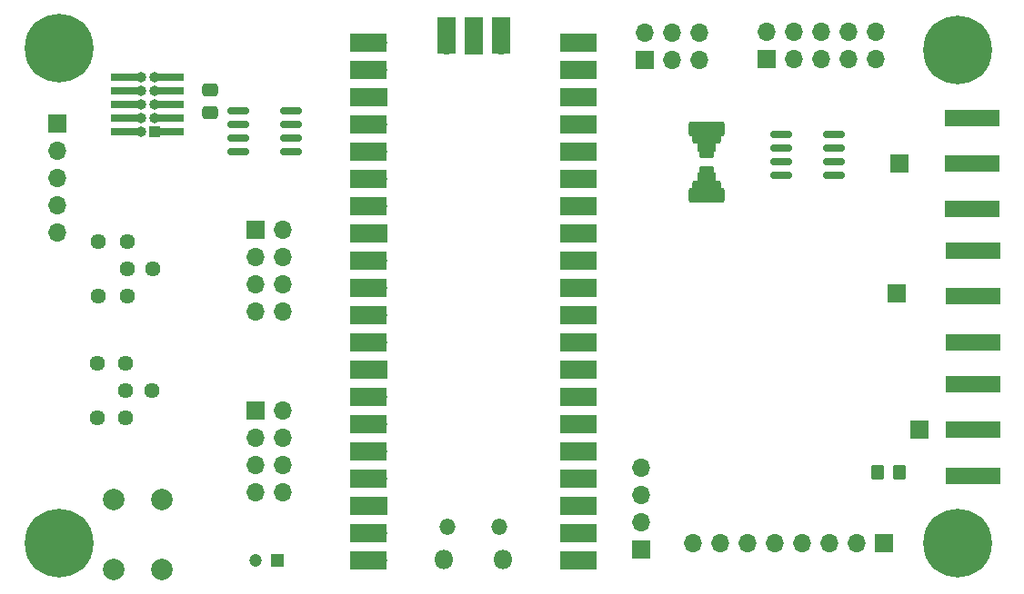
<source format=gbr>
%TF.GenerationSoftware,KiCad,Pcbnew,6.0.5*%
%TF.CreationDate,2022-07-05T02:57:13+02:00*%
%TF.ProjectId,glitcher,676c6974-6368-4657-922e-6b696361645f,4*%
%TF.SameCoordinates,Original*%
%TF.FileFunction,Soldermask,Top*%
%TF.FilePolarity,Negative*%
%FSLAX46Y46*%
G04 Gerber Fmt 4.6, Leading zero omitted, Abs format (unit mm)*
G04 Created by KiCad (PCBNEW 6.0.5) date 2022-07-05 02:57:13*
%MOMM*%
%LPD*%
G01*
G04 APERTURE LIST*
G04 Aperture macros list*
%AMRoundRect*
0 Rectangle with rounded corners*
0 $1 Rounding radius*
0 $2 $3 $4 $5 $6 $7 $8 $9 X,Y pos of 4 corners*
0 Add a 4 corners polygon primitive as box body*
4,1,4,$2,$3,$4,$5,$6,$7,$8,$9,$2,$3,0*
0 Add four circle primitives for the rounded corners*
1,1,$1+$1,$2,$3*
1,1,$1+$1,$4,$5*
1,1,$1+$1,$6,$7*
1,1,$1+$1,$8,$9*
0 Add four rect primitives between the rounded corners*
20,1,$1+$1,$2,$3,$4,$5,0*
20,1,$1+$1,$4,$5,$6,$7,0*
20,1,$1+$1,$6,$7,$8,$9,0*
20,1,$1+$1,$8,$9,$2,$3,0*%
G04 Aperture macros list end*
%ADD10RoundRect,0.250000X0.450000X-0.350000X0.450000X0.350000X-0.450000X0.350000X-0.450000X-0.350000X0*%
%ADD11R,5.080000X1.500000*%
%ADD12C,0.800000*%
%ADD13C,6.400000*%
%ADD14R,1.700000X1.700000*%
%ADD15O,1.700000X1.700000*%
%ADD16RoundRect,0.249999X1.075001X-0.450001X1.075001X0.450001X-1.075001X0.450001X-1.075001X-0.450001X0*%
%ADD17C,1.440000*%
%ADD18RoundRect,0.250000X0.350000X0.450000X-0.350000X0.450000X-0.350000X-0.450000X0.350000X-0.450000X0*%
%ADD19O,1.500000X1.500000*%
%ADD20O,1.800000X1.800000*%
%ADD21R,3.500000X1.700000*%
%ADD22R,1.700000X3.500000*%
%ADD23R,1.000000X1.000000*%
%ADD24O,1.000000X1.000000*%
%ADD25R,2.790000X0.740000*%
%ADD26RoundRect,0.249999X1.425001X-0.450001X1.425001X0.450001X-1.425001X0.450001X-1.425001X-0.450001X0*%
%ADD27RoundRect,0.250000X-0.475000X0.337500X-0.475000X-0.337500X0.475000X-0.337500X0.475000X0.337500X0*%
%ADD28R,1.200000X1.200000*%
%ADD29C,1.200000*%
%ADD30RoundRect,0.250000X0.625000X-0.400000X0.625000X0.400000X-0.625000X0.400000X-0.625000X-0.400000X0*%
%ADD31C,2.000000*%
%ADD32RoundRect,0.150000X-0.825000X-0.150000X0.825000X-0.150000X0.825000X0.150000X-0.825000X0.150000X0*%
G04 APERTURE END LIST*
D10*
%TO.C,R300d1*%
X135128000Y-88179000D03*
X135128000Y-86179000D03*
%TD*%
D11*
%TO.C,J206*%
X159845000Y-87287000D03*
X159845000Y-91537000D03*
X159845000Y-83037000D03*
%TD*%
D12*
%TO.C,H3*%
X160896000Y-122682000D03*
X156798944Y-120984944D03*
X158496000Y-125082000D03*
X156798944Y-124379056D03*
X160193056Y-120984944D03*
X160193056Y-124379056D03*
X158496000Y-120282000D03*
D13*
X158496000Y-122682000D03*
D12*
X156096000Y-122682000D03*
%TD*%
D14*
%TO.C,JP300*%
X93091000Y-93472000D03*
D15*
X93091000Y-96012000D03*
X93091000Y-98552000D03*
X93091000Y-101092000D03*
X95631000Y-96012000D03*
X95631000Y-101092000D03*
X95631000Y-93472000D03*
X95631000Y-98552000D03*
%TD*%
D14*
%TO.C,J207*%
X140721000Y-77602000D03*
D15*
X140721000Y-75062000D03*
X143261000Y-77602000D03*
X143261000Y-75062000D03*
X145801000Y-77602000D03*
X145801000Y-75062000D03*
X148341000Y-77602000D03*
X148341000Y-75062000D03*
X150881000Y-77602000D03*
X150881000Y-75062000D03*
%TD*%
D14*
%TO.C,J202*%
X152776000Y-99441000D03*
%TD*%
D16*
%TO.C,R300b1*%
X135128000Y-89579000D03*
X135128000Y-84779000D03*
%TD*%
D17*
%TO.C,REF\u002A\u002A*%
X81026000Y-110998000D03*
X81026000Y-108458000D03*
X81026000Y-105918000D03*
%TD*%
D14*
%TO.C,J200*%
X151638000Y-122682000D03*
D15*
X149098000Y-122682000D03*
X146558000Y-122682000D03*
X144018000Y-122682000D03*
X141478000Y-122682000D03*
X138938000Y-122682000D03*
X136398000Y-122682000D03*
X133858000Y-122682000D03*
%TD*%
D14*
%TO.C,JP200*%
X93091000Y-110363000D03*
D15*
X93091000Y-112903000D03*
X93091000Y-115443000D03*
X93091000Y-117983000D03*
X95631000Y-115443000D03*
X95631000Y-112903000D03*
X95631000Y-110363000D03*
X95631000Y-117983000D03*
%TD*%
D17*
%TO.C,RV500*%
X78486000Y-99695000D03*
X83566000Y-97155000D03*
X78486000Y-94615000D03*
%TD*%
D14*
%TO.C,J205*%
X153030000Y-87317000D03*
%TD*%
D18*
%TO.C,R200*%
X153035000Y-116078000D03*
X151035000Y-116078000D03*
%TD*%
D19*
%TO.C,U100*%
X110986000Y-121173000D03*
D20*
X110686000Y-124203000D03*
X116136000Y-124203000D03*
D19*
X115836000Y-121173000D03*
D15*
X122301000Y-124333000D03*
D21*
X123201000Y-124333000D03*
X123201000Y-121793000D03*
D15*
X122301000Y-121793000D03*
D21*
X123201000Y-119253000D03*
D14*
X122301000Y-119253000D03*
D15*
X122301000Y-116713000D03*
D21*
X123201000Y-116713000D03*
X123201000Y-114173000D03*
D15*
X122301000Y-114173000D03*
D21*
X123201000Y-111633000D03*
D15*
X122301000Y-111633000D03*
X122301000Y-109093000D03*
D21*
X123201000Y-109093000D03*
X123201000Y-106553000D03*
D14*
X122301000Y-106553000D03*
D15*
X122301000Y-104013000D03*
D21*
X123201000Y-104013000D03*
X123201000Y-101473000D03*
D15*
X122301000Y-101473000D03*
X122301000Y-98933000D03*
D21*
X123201000Y-98933000D03*
X123201000Y-96393000D03*
D15*
X122301000Y-96393000D03*
D14*
X122301000Y-93853000D03*
D21*
X123201000Y-93853000D03*
D15*
X122301000Y-91313000D03*
D21*
X123201000Y-91313000D03*
D15*
X122301000Y-88773000D03*
D21*
X123201000Y-88773000D03*
X123201000Y-86233000D03*
D15*
X122301000Y-86233000D03*
X122301000Y-83693000D03*
D21*
X123201000Y-83693000D03*
X123201000Y-81153000D03*
D14*
X122301000Y-81153000D03*
D21*
X123201000Y-78613000D03*
D15*
X122301000Y-78613000D03*
X122301000Y-76073000D03*
D21*
X123201000Y-76073000D03*
D15*
X104521000Y-76073000D03*
D21*
X103621000Y-76073000D03*
X103621000Y-78613000D03*
D15*
X104521000Y-78613000D03*
D14*
X104521000Y-81153000D03*
D21*
X103621000Y-81153000D03*
D15*
X104521000Y-83693000D03*
D21*
X103621000Y-83693000D03*
D15*
X104521000Y-86233000D03*
D21*
X103621000Y-86233000D03*
D15*
X104521000Y-88773000D03*
D21*
X103621000Y-88773000D03*
X103621000Y-91313000D03*
D15*
X104521000Y-91313000D03*
D14*
X104521000Y-93853000D03*
D21*
X103621000Y-93853000D03*
D15*
X104521000Y-96393000D03*
D21*
X103621000Y-96393000D03*
D15*
X104521000Y-98933000D03*
D21*
X103621000Y-98933000D03*
D15*
X104521000Y-101473000D03*
D21*
X103621000Y-101473000D03*
X103621000Y-104013000D03*
D15*
X104521000Y-104013000D03*
D21*
X103621000Y-106553000D03*
D14*
X104521000Y-106553000D03*
D15*
X104521000Y-109093000D03*
D21*
X103621000Y-109093000D03*
X103621000Y-111633000D03*
D15*
X104521000Y-111633000D03*
X104521000Y-114173000D03*
D21*
X103621000Y-114173000D03*
D15*
X104521000Y-116713000D03*
D21*
X103621000Y-116713000D03*
D14*
X104521000Y-119253000D03*
D21*
X103621000Y-119253000D03*
X103621000Y-121793000D03*
D15*
X104521000Y-121793000D03*
D21*
X103621000Y-124333000D03*
D15*
X104521000Y-124333000D03*
X115951000Y-76303000D03*
D22*
X115951000Y-75403000D03*
X113411000Y-75403000D03*
D14*
X113411000Y-76303000D03*
D15*
X110871000Y-76303000D03*
D22*
X110871000Y-75403000D03*
%TD*%
D23*
%TO.C,REF\u002A\u002A*%
X83694000Y-84326000D03*
D24*
X82424000Y-84326000D03*
X83694000Y-83056000D03*
X82424000Y-83056000D03*
X83694000Y-81786000D03*
X82424000Y-81786000D03*
X83694000Y-80516000D03*
X82424000Y-80516000D03*
X83694000Y-79246000D03*
X82424000Y-79246000D03*
%TD*%
D25*
%TO.C,J102*%
X85094000Y-84326000D03*
X81024000Y-84326000D03*
X85094000Y-83056000D03*
X81024000Y-83056000D03*
X85094000Y-81786000D03*
X81024000Y-81786000D03*
X85094000Y-80516000D03*
X81024000Y-80516000D03*
X85094000Y-79246000D03*
X81024000Y-79246000D03*
%TD*%
D17*
%TO.C,RV501*%
X78371000Y-110998000D03*
X83451000Y-108458000D03*
X78371000Y-105918000D03*
%TD*%
D26*
%TO.C,R300*%
X135150000Y-90229000D03*
X135150000Y-84129000D03*
%TD*%
D17*
%TO.C,REF\u002A\u002A*%
X81153000Y-99695000D03*
X81153000Y-97155000D03*
X81153000Y-94615000D03*
%TD*%
D27*
%TO.C,C401*%
X88900000Y-80475000D03*
X88900000Y-82550000D03*
%TD*%
D28*
%TO.C,C100*%
X95123000Y-124333000D03*
D29*
X93123000Y-124333000D03*
%TD*%
D30*
%TO.C,R300c1*%
X135128000Y-88729000D03*
X135128000Y-85629000D03*
%TD*%
D12*
%TO.C,H2*%
X156798944Y-78405056D03*
X156096000Y-76708000D03*
X158496000Y-79108000D03*
X158496000Y-74308000D03*
X160193056Y-78405056D03*
X160896000Y-76708000D03*
X160193056Y-75010944D03*
D13*
X158496000Y-76708000D03*
D12*
X156798944Y-75010944D03*
%TD*%
D14*
%TO.C,J201*%
X154940000Y-112141000D03*
%TD*%
D31*
%TO.C,SW1*%
X84444400Y-125119200D03*
X84444400Y-118619200D03*
X79944400Y-118619200D03*
X79944400Y-125119200D03*
%TD*%
D32*
%TO.C,U401a*%
X91505000Y-82375819D03*
X91505000Y-83645819D03*
X91505000Y-84915819D03*
X91505000Y-86185819D03*
X96455000Y-86185819D03*
X96455000Y-84915819D03*
X96455000Y-83645819D03*
X96455000Y-82375819D03*
%TD*%
D14*
%TO.C,J100*%
X129032000Y-123307000D03*
D15*
X129032000Y-120767000D03*
X129032000Y-118227000D03*
X129032000Y-115687000D03*
%TD*%
D14*
%TO.C,J101*%
X74676000Y-83566000D03*
D15*
X74676000Y-86106000D03*
X74676000Y-88646000D03*
X74676000Y-91186000D03*
X74676000Y-93726000D03*
%TD*%
D11*
%TO.C,J204*%
X159888000Y-99695000D03*
X159888000Y-103945000D03*
X159888000Y-95445000D03*
%TD*%
D32*
%TO.C,Q300*%
X142051000Y-84582000D03*
X142051000Y-85852000D03*
X142051000Y-87122000D03*
X142051000Y-88392000D03*
X147001000Y-88392000D03*
X147001000Y-87122000D03*
X147001000Y-85852000D03*
X147001000Y-84582000D03*
%TD*%
D11*
%TO.C,J203*%
X159888000Y-112141000D03*
X159888000Y-116391000D03*
X159888000Y-107891000D03*
%TD*%
D12*
%TO.C,H1*%
X74803000Y-78981000D03*
X73105944Y-74883944D03*
D13*
X74803000Y-76581000D03*
D12*
X74803000Y-74181000D03*
X73105944Y-78278056D03*
X77203000Y-76581000D03*
X76500056Y-78278056D03*
X72403000Y-76581000D03*
X76500056Y-74883944D03*
%TD*%
D14*
%TO.C,J208*%
X129351800Y-77627400D03*
D15*
X129351800Y-75087400D03*
X131891800Y-77627400D03*
X131891800Y-75087400D03*
X134431800Y-77627400D03*
X134431800Y-75087400D03*
%TD*%
D12*
%TO.C,H4*%
X76500056Y-120984944D03*
D13*
X74803000Y-122682000D03*
D12*
X72403000Y-122682000D03*
X76500056Y-124379056D03*
X74803000Y-120282000D03*
X74803000Y-125082000D03*
X77203000Y-122682000D03*
X73105944Y-120984944D03*
X73105944Y-124379056D03*
%TD*%
M02*

</source>
